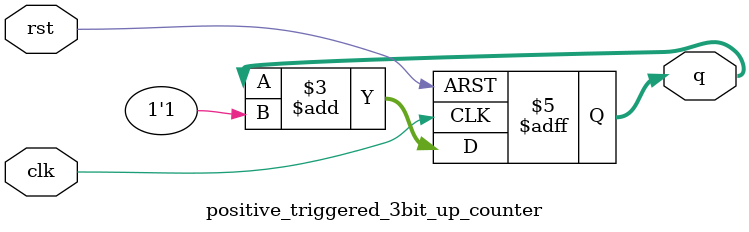
<source format=v>
`timescale 1ns / 1ps
module positive_triggered_3bit_up_counter(q,clk,rst);
input clk,rst;
output reg [2:0]q;
initial q=3'b000;
always @(posedge clk, negedge rst)
if(rst==0)
q=3'b000;
else
q = q + 1'b1;
endmodule

</source>
